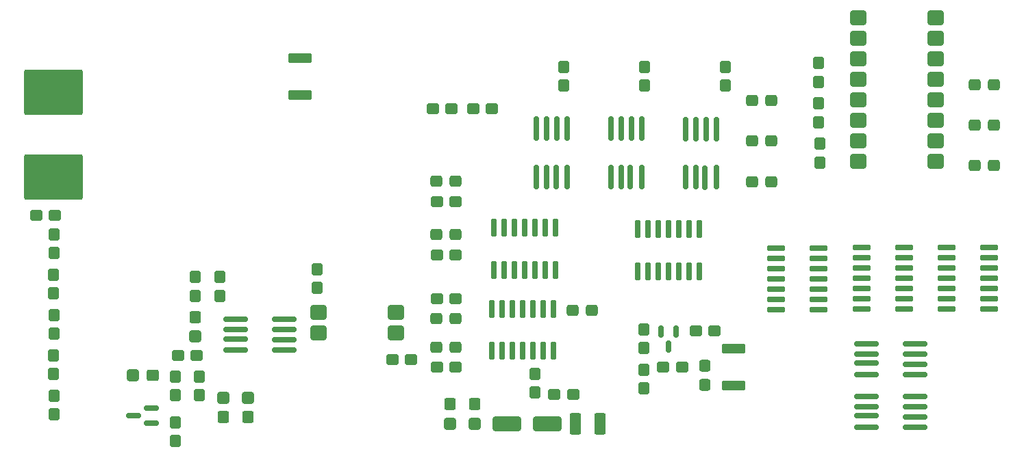
<source format=gbr>
%TF.GenerationSoftware,KiCad,Pcbnew,9.0.0*%
%TF.CreationDate,2025-10-29T06:17:34+08:00*%
%TF.ProjectId,TSAL_G_V4_2,5453414c-5f47-45f5-9634-5f322e6b6963,rev?*%
%TF.SameCoordinates,Original*%
%TF.FileFunction,Paste,Top*%
%TF.FilePolarity,Positive*%
%FSLAX46Y46*%
G04 Gerber Fmt 4.6, Leading zero omitted, Abs format (unit mm)*
G04 Created by KiCad (PCBNEW 9.0.0) date 2025-10-29 06:17:34*
%MOMM*%
%LPD*%
G01*
G04 APERTURE LIST*
G04 Aperture macros list*
%AMRoundRect*
0 Rectangle with rounded corners*
0 $1 Rounding radius*
0 $2 $3 $4 $5 $6 $7 $8 $9 X,Y pos of 4 corners*
0 Add a 4 corners polygon primitive as box body*
4,1,4,$2,$3,$4,$5,$6,$7,$8,$9,$2,$3,0*
0 Add four circle primitives for the rounded corners*
1,1,$1+$1,$2,$3*
1,1,$1+$1,$4,$5*
1,1,$1+$1,$6,$7*
1,1,$1+$1,$8,$9*
0 Add four rect primitives between the rounded corners*
20,1,$1+$1,$2,$3,$4,$5,0*
20,1,$1+$1,$4,$5,$6,$7,0*
20,1,$1+$1,$6,$7,$8,$9,0*
20,1,$1+$1,$8,$9,$2,$3,0*%
G04 Aperture macros list end*
%ADD10RoundRect,0.249999X-0.750001X-0.640001X0.750001X-0.640001X0.750001X0.640001X-0.750001X0.640001X0*%
%ADD11RoundRect,0.090000X-0.210000X1.040000X-0.210000X-1.040000X0.210000X-1.040000X0.210000X1.040000X0*%
%ADD12RoundRect,0.091500X-0.213500X1.038500X-0.213500X-1.038500X0.213500X-1.038500X0.213500X1.038500X0*%
%ADD13RoundRect,0.090000X-1.040000X-0.210000X1.040000X-0.210000X1.040000X0.210000X-1.040000X0.210000X0*%
%ADD14RoundRect,0.091500X-1.038500X-0.213500X1.038500X-0.213500X1.038500X0.213500X-1.038500X0.213500X0*%
%ADD15RoundRect,0.278125X0.389375X-0.474375X0.389375X0.474375X-0.389375X0.474375X-0.389375X-0.474375X0*%
%ADD16RoundRect,0.278125X-0.474375X-0.389375X0.474375X-0.389375X0.474375X0.389375X-0.474375X0.389375X0*%
%ADD17RoundRect,0.278125X-0.389375X0.474375X-0.389375X-0.474375X0.389375X-0.474375X0.389375X0.474375X0*%
%ADD18RoundRect,0.150000X-1.350000X-0.150000X1.350000X-0.150000X1.350000X0.150000X-1.350000X0.150000X0*%
%ADD19RoundRect,0.150000X-1.337500X-0.150000X1.337500X-0.150000X1.337500X0.150000X-1.337500X0.150000X0*%
%ADD20RoundRect,0.304348X-0.420652X-0.395652X0.420652X-0.395652X0.420652X0.395652X-0.420652X0.395652X0*%
%ADD21RoundRect,0.150000X0.150000X-1.350000X0.150000X1.350000X-0.150000X1.350000X-0.150000X-1.350000X0*%
%ADD22RoundRect,0.150000X0.150000X-1.337500X0.150000X1.337500X-0.150000X1.337500X-0.150000X-1.337500X0*%
%ADD23RoundRect,0.278125X0.474375X0.389375X-0.474375X0.389375X-0.474375X-0.389375X0.474375X-0.389375X0*%
%ADD24RoundRect,0.304348X0.420652X0.395652X-0.420652X0.395652X-0.420652X-0.395652X0.420652X-0.395652X0*%
%ADD25RoundRect,0.251116X3.376384X-2.561384X3.376384X2.561384X-3.376384X2.561384X-3.376384X-2.561384X0*%
%ADD26RoundRect,0.090000X0.210000X-1.040000X0.210000X1.040000X-0.210000X1.040000X-0.210000X-1.040000X0*%
%ADD27RoundRect,0.091500X0.213500X-1.038500X0.213500X1.038500X-0.213500X1.038500X-0.213500X-1.038500X0*%
%ADD28RoundRect,0.305575X-0.412525X0.460025X-0.412525X-0.460025X0.412525X-0.460025X0.412525X0.460025X0*%
%ADD29RoundRect,0.308511X-0.416489X0.457089X-0.416489X-0.457089X0.416489X-0.457089X0.416489X0.457089X0*%
%ADD30RoundRect,0.305575X0.412525X-0.460025X0.412525X0.460025X-0.412525X0.460025X-0.412525X-0.460025X0*%
%ADD31RoundRect,0.308511X0.416489X-0.457089X0.416489X0.457089X-0.416489X0.457089X-0.416489X-0.457089X0*%
%ADD32RoundRect,0.150000X0.750000X0.150000X-0.750000X0.150000X-0.750000X-0.150000X0.750000X-0.150000X0*%
%ADD33RoundRect,0.250000X-1.500000X-0.650000X1.500000X-0.650000X1.500000X0.650000X-1.500000X0.650000X0*%
%ADD34RoundRect,0.150000X-0.150000X0.587500X-0.150000X-0.587500X0.150000X-0.587500X0.150000X0.587500X0*%
%ADD35RoundRect,0.250000X1.230000X0.350000X-1.230000X0.350000X-1.230000X-0.350000X1.230000X-0.350000X0*%
%ADD36RoundRect,0.250000X-1.230000X-0.350000X1.230000X-0.350000X1.230000X0.350000X-1.230000X0.350000X0*%
%ADD37RoundRect,0.304348X-0.395652X0.420652X-0.395652X-0.420652X0.395652X-0.420652X0.395652X0.420652X0*%
%ADD38RoundRect,0.305575X0.460025X0.412525X-0.460025X0.412525X-0.460025X-0.412525X0.460025X-0.412525X0*%
%ADD39RoundRect,0.308511X0.457089X0.416489X-0.457089X0.416489X-0.457089X-0.416489X0.457089X-0.416489X0*%
%ADD40RoundRect,0.250001X0.462499X1.074999X-0.462499X1.074999X-0.462499X-1.074999X0.462499X-1.074999X0*%
G04 APERTURE END LIST*
D10*
%TO.C,U4*%
X74235000Y-79730000D03*
X74235000Y-82270000D03*
X83765000Y-82270000D03*
X83765000Y-79730000D03*
%TD*%
D11*
%TO.C,U9*%
X103310000Y-79260000D03*
X102040000Y-79260000D03*
X100770000Y-79260000D03*
X99500000Y-79260000D03*
X98230000Y-79260000D03*
X96960000Y-79260000D03*
X95690000Y-79260000D03*
X95690000Y-84500000D03*
D12*
X96955000Y-84500000D03*
D11*
X98230000Y-84500000D03*
X99500000Y-84500000D03*
X100770000Y-84500000D03*
X102040000Y-84500000D03*
X103310000Y-84500000D03*
%TD*%
D13*
%TO.C,U12*%
X141380000Y-71690000D03*
X141380000Y-72960000D03*
X141380000Y-74230000D03*
X141380000Y-75500000D03*
X141380000Y-76770000D03*
X141380000Y-78040000D03*
X141380000Y-79310000D03*
X146620000Y-79310000D03*
D14*
X146620000Y-78045000D03*
D13*
X146620000Y-76770000D03*
X146620000Y-75500000D03*
X146620000Y-74230000D03*
X146620000Y-72960000D03*
X146620000Y-71690000D03*
%TD*%
D15*
%TO.C,R15*%
X58967500Y-77652500D03*
X58967500Y-75347500D03*
%TD*%
D16*
%TO.C,R3*%
X39347500Y-67692500D03*
X41652500Y-67692500D03*
%TD*%
D17*
%TO.C,R51*%
X114532500Y-49347500D03*
X114532500Y-51652500D03*
%TD*%
D18*
%TO.C,LM1*%
X64000000Y-80595000D03*
X64000000Y-81865000D03*
D19*
X63987500Y-83000000D03*
D18*
X64000000Y-84405000D03*
X70000000Y-84405000D03*
X70000000Y-83135000D03*
X70000000Y-81865000D03*
X70000000Y-80595000D03*
%TD*%
D20*
%TO.C,D3*%
X127825000Y-63540000D03*
X130175000Y-63540000D03*
%TD*%
D17*
%TO.C,R4*%
X59532500Y-87695000D03*
X59532500Y-90000000D03*
%TD*%
D21*
%TO.C,U13*%
X101190000Y-62952500D03*
X102460000Y-62952500D03*
D22*
X103595000Y-62965000D03*
D21*
X105000000Y-62952500D03*
X105000000Y-56952500D03*
X103730000Y-56952500D03*
X102460000Y-56952500D03*
X101190000Y-56952500D03*
%TD*%
D16*
%TO.C,R39*%
X103383642Y-89847500D03*
X105688642Y-89847500D03*
%TD*%
D23*
%TO.C,R34*%
X123152500Y-82032500D03*
X120847500Y-82032500D03*
%TD*%
D24*
%TO.C,D10*%
X157675000Y-51500000D03*
X155325000Y-51500000D03*
%TD*%
D25*
%TO.C,F1*%
X41500000Y-63000000D03*
X41500000Y-52450000D03*
%TD*%
D17*
%TO.C,R5*%
X41532500Y-70072500D03*
X41532500Y-72377500D03*
%TD*%
D20*
%TO.C,D8*%
X127825000Y-58500000D03*
X130175000Y-58500000D03*
%TD*%
%TO.C,D9*%
X127825000Y-53500000D03*
X130175000Y-53500000D03*
%TD*%
D26*
%TO.C,U7*%
X95920000Y-74500000D03*
X97190000Y-74500000D03*
X98460000Y-74500000D03*
X99730000Y-74500000D03*
X101000000Y-74500000D03*
X102270000Y-74500000D03*
X103540000Y-74500000D03*
X103540000Y-69260000D03*
D27*
X102275000Y-69260000D03*
D26*
X101000000Y-69260000D03*
X99730000Y-69260000D03*
X98460000Y-69260000D03*
X97190000Y-69260000D03*
X95920000Y-69260000D03*
%TD*%
D28*
%TO.C,C5*%
X59006900Y-80284400D03*
D29*
X59000000Y-82715600D03*
%TD*%
D30*
%TO.C,C8*%
X65493100Y-92715600D03*
D31*
X65500000Y-90284400D03*
%TD*%
D13*
%TO.C,U6*%
X151880000Y-71690000D03*
X151880000Y-72960000D03*
X151880000Y-74230000D03*
X151880000Y-75500000D03*
X151880000Y-76770000D03*
X151880000Y-78040000D03*
X151880000Y-79310000D03*
X157120000Y-79310000D03*
D14*
X157120000Y-78045000D03*
D13*
X157120000Y-76770000D03*
X157120000Y-75500000D03*
X157120000Y-74230000D03*
X157120000Y-72960000D03*
X157120000Y-71690000D03*
%TD*%
D17*
%TO.C,R18*%
X74032500Y-74347500D03*
X74032500Y-76652500D03*
%TD*%
D32*
%TO.C,U1*%
X53600000Y-93450000D03*
X53600000Y-91550000D03*
X51400000Y-92500000D03*
%TD*%
D28*
%TO.C,C10*%
X90506900Y-91068800D03*
D29*
X90500000Y-93500000D03*
%TD*%
D21*
%TO.C,U14*%
X110351142Y-62952500D03*
X111621142Y-62952500D03*
D22*
X112756142Y-62965000D03*
D21*
X114161142Y-62952500D03*
X114161142Y-56952500D03*
X112891142Y-56952500D03*
X111621142Y-56952500D03*
X110351142Y-56952500D03*
%TD*%
D23*
%TO.C,R38*%
X91152500Y-86532500D03*
X88847500Y-86532500D03*
%TD*%
D24*
%TO.C,D6*%
X157675000Y-56500000D03*
X155325000Y-56500000D03*
%TD*%
D15*
%TO.C,R40*%
X114467500Y-89152500D03*
X114467500Y-86847500D03*
%TD*%
D17*
%TO.C,R2*%
X56532500Y-93347500D03*
X56532500Y-95652500D03*
%TD*%
D33*
%TO.C,D2*%
X97500000Y-93500000D03*
X102500000Y-93500000D03*
%TD*%
D23*
%TO.C,R24*%
X91152500Y-78032500D03*
X88847500Y-78032500D03*
%TD*%
D17*
%TO.C,R53*%
X124532500Y-49347500D03*
X124532500Y-51652500D03*
%TD*%
D23*
%TO.C,R23*%
X91152500Y-72632500D03*
X88847500Y-72632500D03*
%TD*%
D10*
%TO.C,U8*%
X140970000Y-43260000D03*
X140970000Y-45800000D03*
X140970000Y-48340000D03*
X140970000Y-50880000D03*
X140970000Y-53420000D03*
X140970000Y-55960000D03*
X140970000Y-58500000D03*
X140970000Y-61040000D03*
X150500000Y-61040000D03*
X150500000Y-58500000D03*
X150500000Y-55960000D03*
X150500000Y-53420000D03*
X150500000Y-50880000D03*
X150500000Y-48340000D03*
X150500000Y-45800000D03*
X150500000Y-43260000D03*
%TD*%
D17*
%TO.C,R7*%
X41532500Y-80072500D03*
X41532500Y-82377500D03*
%TD*%
D26*
%TO.C,U10*%
X113690000Y-74620000D03*
X114960000Y-74620000D03*
X116230000Y-74620000D03*
X117500000Y-74620000D03*
X118770000Y-74620000D03*
X120040000Y-74620000D03*
X121310000Y-74620000D03*
X121310000Y-69380000D03*
D27*
X120045000Y-69380000D03*
D26*
X118770000Y-69380000D03*
X117500000Y-69380000D03*
X116230000Y-69380000D03*
X114960000Y-69380000D03*
X113690000Y-69380000D03*
%TD*%
D21*
%TO.C,U15*%
X119595000Y-63000000D03*
X120865000Y-63000000D03*
D22*
X122000000Y-63012500D03*
D21*
X123405000Y-63000000D03*
X123405000Y-57000000D03*
X122135000Y-57000000D03*
X120865000Y-57000000D03*
X119595000Y-57000000D03*
%TD*%
D18*
%TO.C,U3*%
X142000000Y-83595000D03*
X142000000Y-84865000D03*
D19*
X141987500Y-86000000D03*
D18*
X142000000Y-87405000D03*
X148000000Y-87405000D03*
X148000000Y-86135000D03*
X148000000Y-84865000D03*
X148000000Y-83595000D03*
%TD*%
D17*
%TO.C,R21*%
X136032500Y-53847500D03*
X136032500Y-56152500D03*
%TD*%
D18*
%TO.C,U2*%
X142000000Y-90095000D03*
X142000000Y-91365000D03*
D19*
X141987500Y-92500000D03*
D18*
X142000000Y-93905000D03*
X148000000Y-93905000D03*
X148000000Y-92635000D03*
X148000000Y-91365000D03*
X148000000Y-90095000D03*
%TD*%
D24*
%TO.C,D14*%
X91168242Y-84000000D03*
X88818242Y-84000000D03*
%TD*%
D15*
%TO.C,R8*%
X41467500Y-87377500D03*
X41467500Y-85072500D03*
%TD*%
D23*
%TO.C,R44*%
X90652500Y-54532500D03*
X88347500Y-54532500D03*
%TD*%
D17*
%TO.C,R9*%
X41532500Y-90072500D03*
X41532500Y-92377500D03*
%TD*%
D23*
%TO.C,R16*%
X59152500Y-85032500D03*
X56847500Y-85032500D03*
%TD*%
D15*
%TO.C,R6*%
X41467500Y-77377500D03*
X41467500Y-75072500D03*
%TD*%
D30*
%TO.C,C7*%
X62493100Y-92715600D03*
D31*
X62500000Y-90284400D03*
%TD*%
D16*
%TO.C,R46*%
X93347500Y-54467500D03*
X95652500Y-54467500D03*
%TD*%
D23*
%TO.C,R37*%
X119152500Y-86532500D03*
X116847500Y-86532500D03*
%TD*%
D20*
%TO.C,D13*%
X105679258Y-79467500D03*
X108029258Y-79467500D03*
%TD*%
D34*
%TO.C,Q1*%
X118450000Y-82062500D03*
X116550000Y-82062500D03*
X117500000Y-83937500D03*
%TD*%
D35*
%TO.C,U16*%
X71920000Y-52780000D03*
X71920000Y-48220000D03*
%TD*%
D36*
%TO.C,Q2*%
X125500000Y-84220000D03*
X125500000Y-88780000D03*
%TD*%
D17*
%TO.C,R32*%
X136185000Y-58847500D03*
X136185000Y-61152500D03*
%TD*%
D24*
%TO.C,D4*%
X91168242Y-70100000D03*
X88818242Y-70100000D03*
%TD*%
D15*
%TO.C,R41*%
X114467500Y-84152500D03*
X114467500Y-81847500D03*
%TD*%
D23*
%TO.C,R19*%
X85652500Y-85532500D03*
X83347500Y-85532500D03*
%TD*%
D13*
%TO.C,U11*%
X130760000Y-71730000D03*
X130760000Y-73000000D03*
X130760000Y-74270000D03*
X130760000Y-75540000D03*
X130760000Y-76810000D03*
X130760000Y-78080000D03*
X130760000Y-79350000D03*
X136000000Y-79350000D03*
D14*
X136000000Y-78085000D03*
D13*
X136000000Y-76810000D03*
X136000000Y-75540000D03*
X136000000Y-74270000D03*
X136000000Y-73000000D03*
X136000000Y-71730000D03*
%TD*%
D24*
%TO.C,D11*%
X157675000Y-61500000D03*
X155325000Y-61500000D03*
%TD*%
D17*
%TO.C,R17*%
X62032500Y-75347500D03*
X62032500Y-77652500D03*
%TD*%
D24*
%TO.C,D5*%
X91175000Y-80500000D03*
X88825000Y-80500000D03*
%TD*%
D28*
%TO.C,C9*%
X93506900Y-91068800D03*
D29*
X93500000Y-93500000D03*
%TD*%
D17*
%TO.C,R52*%
X104532500Y-49347500D03*
X104532500Y-51652500D03*
%TD*%
D23*
%TO.C,R26*%
X91159258Y-66032500D03*
X88854258Y-66032500D03*
%TD*%
D24*
%TO.C,D7*%
X91175000Y-63500000D03*
X88825000Y-63500000D03*
%TD*%
D17*
%TO.C,R28*%
X136032500Y-48847500D03*
X136032500Y-51152500D03*
%TD*%
D37*
%TO.C,D12*%
X122000000Y-86325000D03*
X122000000Y-88675000D03*
%TD*%
D15*
%TO.C,R42*%
X100967500Y-89652500D03*
X100967500Y-87347500D03*
%TD*%
D38*
%TO.C,C1*%
X53715600Y-87506900D03*
D39*
X51284400Y-87500000D03*
%TD*%
D40*
%TO.C,F2*%
X108987500Y-93500000D03*
X106012500Y-93500000D03*
%TD*%
D17*
%TO.C,R1*%
X56532500Y-87695000D03*
X56532500Y-90000000D03*
%TD*%
M02*

</source>
